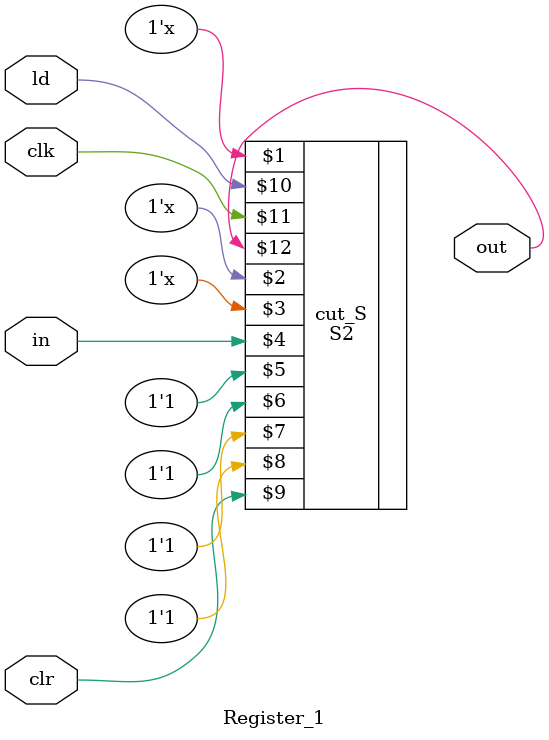
<source format=v>
`timescale 1ns/1ns

module Register_1(input clk , clr , ld , in , output out);
  
  S2 cut_S(1'bz , 1'bz , 1'bz , in , 1'b1 , 1'b1 , 1'b1 , 1'b1 , clr , ld , clk , out);
  
endmodule

</source>
